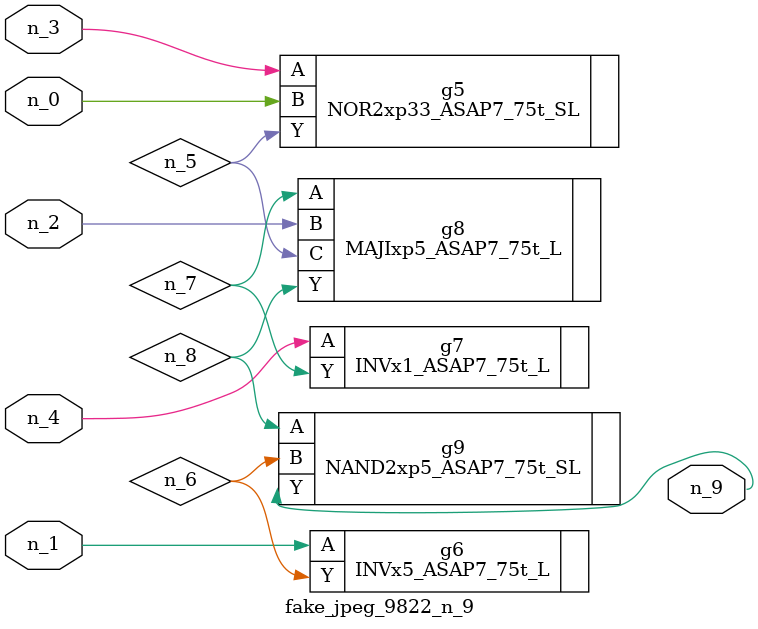
<source format=v>
module fake_jpeg_9822_n_9 (n_3, n_2, n_1, n_0, n_4, n_9);

input n_3;
input n_2;
input n_1;
input n_0;
input n_4;

output n_9;

wire n_8;
wire n_6;
wire n_5;
wire n_7;

NOR2xp33_ASAP7_75t_SL g5 ( 
.A(n_3),
.B(n_0),
.Y(n_5)
);

INVx5_ASAP7_75t_L g6 ( 
.A(n_1),
.Y(n_6)
);

INVx1_ASAP7_75t_L g7 ( 
.A(n_4),
.Y(n_7)
);

MAJIxp5_ASAP7_75t_L g8 ( 
.A(n_7),
.B(n_2),
.C(n_5),
.Y(n_8)
);

NAND2xp5_ASAP7_75t_SL g9 ( 
.A(n_8),
.B(n_6),
.Y(n_9)
);


endmodule
</source>
